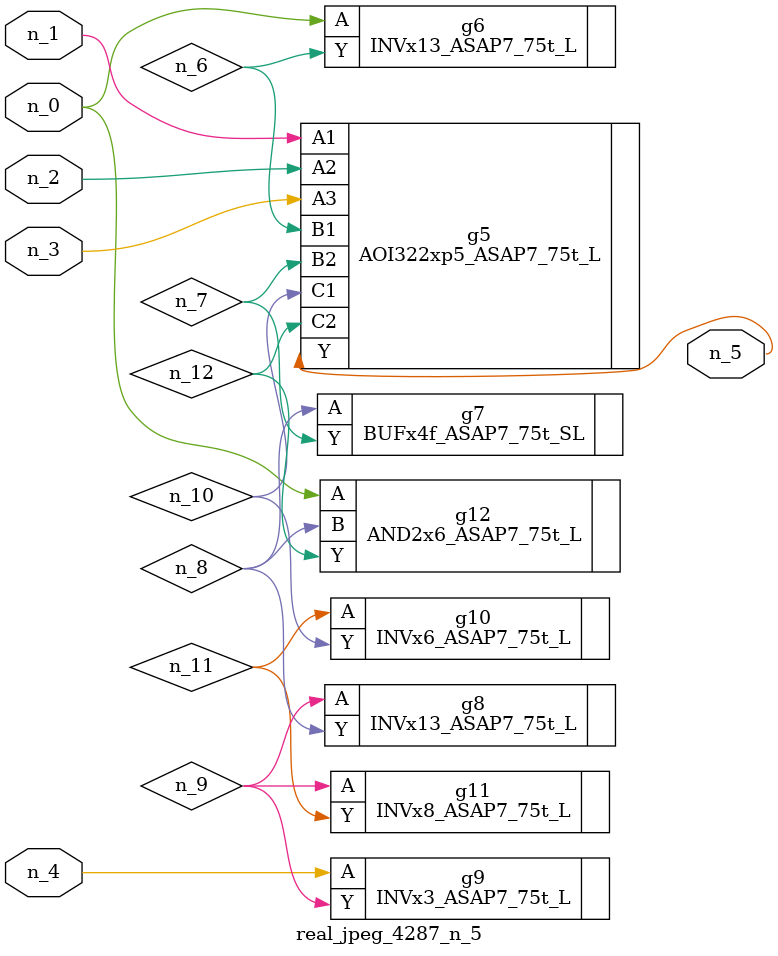
<source format=v>
module real_jpeg_4287_n_5 (n_4, n_0, n_1, n_2, n_3, n_5);

input n_4;
input n_0;
input n_1;
input n_2;
input n_3;

output n_5;

wire n_12;
wire n_8;
wire n_11;
wire n_6;
wire n_7;
wire n_10;
wire n_9;

INVx13_ASAP7_75t_L g6 ( 
.A(n_0),
.Y(n_6)
);

AND2x6_ASAP7_75t_L g12 ( 
.A(n_0),
.B(n_8),
.Y(n_12)
);

AOI322xp5_ASAP7_75t_L g5 ( 
.A1(n_1),
.A2(n_2),
.A3(n_3),
.B1(n_6),
.B2(n_7),
.C1(n_10),
.C2(n_12),
.Y(n_5)
);

INVx3_ASAP7_75t_L g9 ( 
.A(n_4),
.Y(n_9)
);

BUFx4f_ASAP7_75t_SL g7 ( 
.A(n_8),
.Y(n_7)
);

INVx13_ASAP7_75t_L g8 ( 
.A(n_9),
.Y(n_8)
);

INVx8_ASAP7_75t_L g11 ( 
.A(n_9),
.Y(n_11)
);

INVx6_ASAP7_75t_L g10 ( 
.A(n_11),
.Y(n_10)
);


endmodule
</source>
